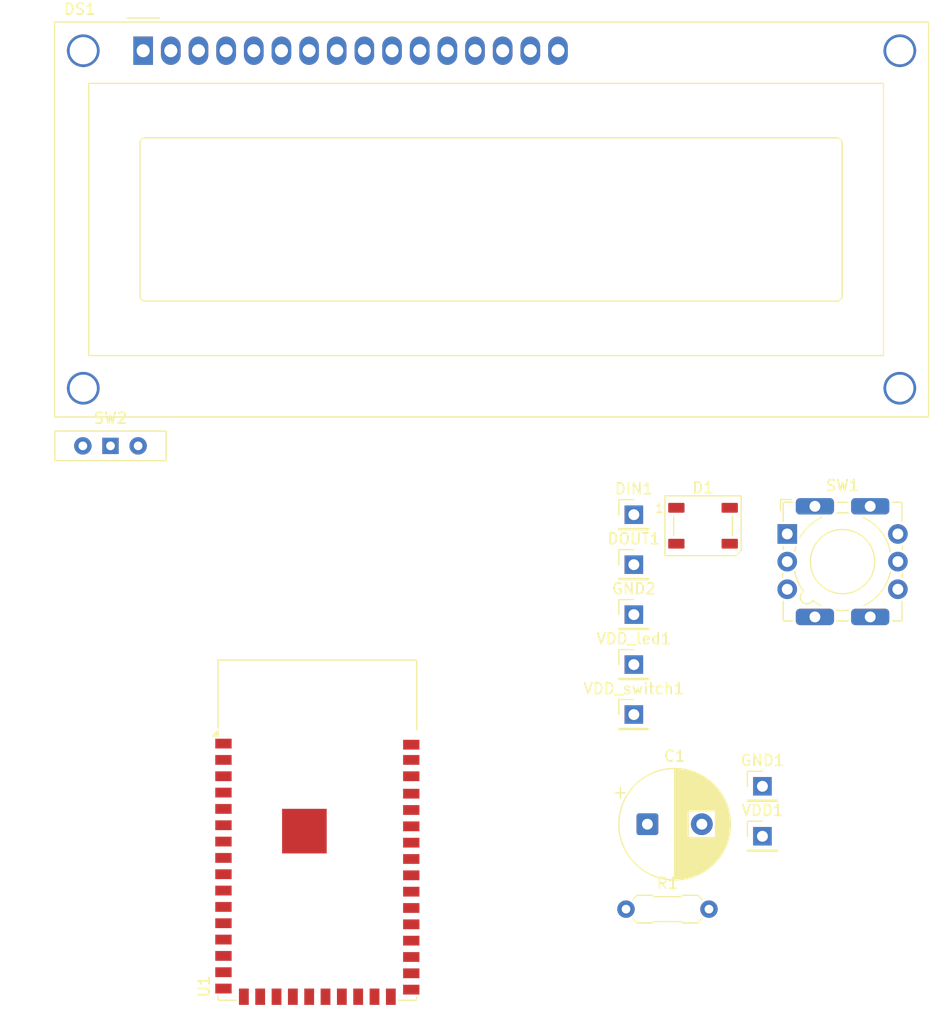
<source format=kicad_pcb>
(kicad_pcb (version 20241229) (generator "pcbnew") (generator_version "9.0")
  (layers (0 "F.Cu" signal) (2 "B.Cu" signal) (13 "F.Paste" user) (15 "B.Paste" user) (5 "F.SilkS" user "F.Silkscreen") (7 "B.SilkS" user "B.Silkscreen") (1 "F.Mask" user) (3 "B.Mask" user) (25 "Edge.Cuts" user))
  (net 0 "")
  (net 5 "Net-(U1-GND-Pad1)")
  (net 67 "Net-(C1-Pad1)")
  (net 68 "Net-(C1-Pad2)")
  (net 69 "Net-(D1-DOUT)")
  (net 70 "Net-(D1-DIN)")
  (net 71 "Net-(D1-VDD)")
  (net 72 "Net-(D1-VSS)")
  (net 73 "Net-(GND1-Pad1)")
  (net 74 "Net-(SW5-A)")
  (footprint "PCM_Resistor_THT_AKL:R_Axial_DIN0207_L6.3mm_D2.5mm_P7.62mm_Horizontal" (layer "F.Cu") (at 223.47 120.69)
    (property "Reference" "R1" (at 3.81 -2.37 0) (layer "F.SilkS"))
    (property "Value" "330R_0603" (hide yes))
    (fp_line (start 0.635 -0.889) (end 1.016 -1.27) (stroke (width 0.12)) (layer "F.SilkS"))
    (fp_line (start 0.635 0.889) (end 1.016 1.27) (stroke (width 0.12)) (layer "F.SilkS"))
    (fp_line (start 1.016 -1.27) (end 2.413 -1.27) (stroke (width 0.12)) (layer "F.SilkS"))
    (fp_line (start 1.016 1.27) (end 2.413 1.27) (stroke (width 0.12)) (layer "F.SilkS"))
    (fp_line (start 2.413 -1.27) (end 2.54 -1.143) (stroke (width 0.12)) (layer "F.SilkS"))
    (fp_line (start 2.413 1.27) (end 2.54 1.143) (stroke (width 0.12)) (layer "F.SilkS"))
    (fp_line (start 2.54 -1.143) (end 3.81 -1.143) (stroke (width 0.12)) (layer "F.SilkS"))
    (fp_line (start 2.54 1.143) (end 3.81 1.143) (stroke (width 0.12)) (layer "F.SilkS"))
    (fp_line (start 5.08 -1.143) (end 3.81 -1.143) (stroke (width 0.12)) (layer "F.SilkS"))
    (fp_line (start 5.08 1.143) (end 3.81 1.143) (stroke (width 0.12)) (layer "F.SilkS"))
    (fp_line (start 5.207 -1.27) (end 5.08 -1.143) (stroke (width 0.12)) (layer "F.SilkS"))
    (fp_line (start 5.207 1.27) (end 5.08 1.143) (stroke (width 0.12)) (layer "F.SilkS"))
    (fp_line (start 6.604 -1.27) (end 5.207 -1.27) (stroke (width 0.12)) (layer "F.SilkS"))
    (fp_line (start 6.604 1.27) (end 5.207 1.27) (stroke (width 0.12)) (layer "F.SilkS"))
    (fp_line (start 6.985 -0.889) (end 6.604 -1.27) (stroke (width 0.12)) (layer "F.SilkS"))
    (fp_line (start 6.985 0.889) (end 6.604 1.27) (stroke (width 0.12)) (layer "F.SilkS"))
    (pad "1" thru_hole circle (at 0 0) (size 1.6 1.6) (drill 0.8) (layers "*.Cu" "*.Mask") (net 73 "Net-(GND1-Pad1)"))
    (pad "2" thru_hole oval (at 7.62 0) (size 1.6 1.6) (drill 0.8) (layers "*.Cu" "*.Mask") (net 68 "Net-(C1-Pad2)"))
  )
  (footprint "Display:WC1602A" (layer "F.Cu") (at 179.12 41.845)
    (property "Reference" "DS1" (at -5.82 -3.81 0) (layer "F.SilkS"))
    (property "Value" "WC1602A")
    (fp_line (start -8.14 -2.64) (end -8.14 33.64) (stroke (width 0.12)) (layer "F.SilkS"))
    (fp_line (start -8.14 33.64) (end 72.14 33.64) (stroke (width 0.12)) (layer "F.SilkS"))
    (fp_line (start -8.13 -2.64) (end -7.34 -2.64) (stroke (width 0.12)) (layer "F.SilkS"))
    (fp_line (start -5 3) (end 68 3) (stroke (width 0.12)) (layer "F.SilkS"))
    (fp_line (start -5 28) (end -5 3) (stroke (width 0.12)) (layer "F.SilkS"))
    (fp_line (start -1.5 -3) (end 1.5 -3) (stroke (width 0.12)) (layer "F.SilkS"))
    (fp_line (start -0.29972 22.49932) (end -0.29972 8.5) (stroke (width 0.12)) (layer "F.SilkS"))
    (fp_line (start 0.2 8) (end 63.7 8) (stroke (width 0.12)) (layer "F.SilkS"))
    (fp_line (start 63.70066 23) (end 0.2 23) (stroke (width 0.12)) (layer "F.SilkS"))
    (fp_line (start 64.2 8.5) (end 64.2 22.5) (stroke (width 0.12)) (layer "F.SilkS"))
    (fp_line (start 68 3) (end 68 28) (stroke (width 0.12)) (layer "F.SilkS"))
    (fp_line (start 68 28) (end -5 28) (stroke (width 0.12)) (layer "F.SilkS"))
    (fp_line (start 72.14 -2.64) (end -7.34 -2.64) (stroke (width 0.12)) (layer "F.SilkS"))
    (fp_line (start 72.14 33.64) (end 72.14 -2.64) (stroke (width 0.12)) (layer "F.SilkS"))
    (fp_arc (start -0.29972 8.49884) (mid -0.153162 8.145018) (end 0.20066 7.99846) (stroke (width 0.12)) (layer "F.SilkS"))
    (fp_arc (start 0.20066 22.9997) (mid -0.153162 22.853142) (end -0.29972 22.49932) (stroke (width 0.12)) (layer "F.SilkS"))
    (fp_arc (start 63.7 8) (mid 64.053553 8.146447) (end 64.2 8.5) (stroke (width 0.12)) (layer "F.SilkS"))
    (fp_arc (start 64.20104 22.49932) (mid 64.054482 22.853142) (end 63.70066 22.9997) (stroke (width 0.12)) (layer "F.SilkS"))
    (pad "" thru_hole circle (at -5.4991 0) (size 3 3) (drill 2.5) (layers "*.Cu" "*.Mask"))
    (pad "" thru_hole circle (at -5.4991 31.0007) (size 3 3) (drill 2.5) (layers "*.Cu" "*.Mask"))
    (pad "" thru_hole circle (at 69.49948 31.0007) (size 3 3) (drill 2.5) (layers "*.Cu" "*.Mask"))
    (pad "" thru_hole circle (at 69.5 0) (size 3 3) (drill 2.5) (layers "*.Cu" "*.Mask"))
    (pad "1" thru_hole rect (at 0 0) (size 1.8 2.6) (drill 1.2) (layers "*.Cu" "*.Mask"))
    (pad "2" thru_hole oval (at 2.54 0) (size 1.8 2.6) (drill 1.2) (layers "*.Cu" "*.Mask"))
    (pad "3" thru_hole oval (at 5.08 0) (size 1.8 2.6) (drill 1.2) (layers "*.Cu" "*.Mask"))
    (pad "4" thru_hole oval (at 7.62 0) (size 1.8 2.6) (drill 1.2) (layers "*.Cu" "*.Mask"))
    (pad "5" thru_hole oval (at 10.16 0) (size 1.8 2.6) (drill 1.2) (layers "*.Cu" "*.Mask"))
    (pad "6" thru_hole oval (at 12.7 0) (size 1.8 2.6) (drill 1.2) (layers "*.Cu" "*.Mask"))
    (pad "7" thru_hole oval (at 15.24 0) (size 1.8 2.6) (drill 1.2) (layers "*.Cu" "*.Mask"))
    (pad "8" thru_hole oval (at 17.78 0) (size 1.8 2.6) (drill 1.2) (layers "*.Cu" "*.Mask"))
    (pad "9" thru_hole oval (at 20.32 0) (size 1.8 2.6) (drill 1.2) (layers "*.Cu" "*.Mask"))
    (pad "10" thru_hole oval (at 22.86 0) (size 1.8 2.6) (drill 1.2) (layers "*.Cu" "*.Mask"))
    (pad "11" thru_hole oval (at 25.4 0) (size 1.8 2.6) (drill 1.2) (layers "*.Cu" "*.Mask"))
    (pad "12" thru_hole oval (at 27.94 0) (size 1.8 2.6) (drill 1.2) (layers "*.Cu" "*.Mask"))
    (pad "13" thru_hole oval (at 30.48 0) (size 1.8 2.6) (drill 1.2) (layers "*.Cu" "*.Mask"))
    (pad "14" thru_hole oval (at 33.02 0) (size 1.8 2.6) (drill 1.2) (layers "*.Cu" "*.Mask"))
    (pad "15" thru_hole oval (at 35.56 0) (size 1.8 2.6) (drill 1.2) (layers "*.Cu" "*.Mask"))
    (pad "16" thru_hole oval (at 38.1 0) (size 1.8 2.6) (drill 1.2) (layers "*.Cu" "*.Mask"))
  )
  (footprint "Button_Switch_THT:SW_NKK_NR01" (layer "F.Cu") (at 238.28 86.23)
    (property "Reference" "SW1" (at 5.08 -4.445 0) (layer "F.SilkS"))
    (property "Value" "SW_SP4T_NR01104")
    (fp_line (start -0.62 -3.16) (end -0.62 -2.16) (stroke (width 0.12)) (layer "F.SilkS"))
    (fp_line (start -0.62 -3.16) (end 0.38 -3.16) (stroke (width 0.12)) (layer "F.SilkS"))
    (fp_line (start -0.42 3.63) (end -0.42 3.99) (stroke (width 0.12)) (layer "F.SilkS"))
    (fp_line (start -0.37 -2.91) (end 0.52 -2.91) (stroke (width 0.12)) (layer "F.SilkS"))
    (fp_line (start -0.37 -1.18) (end -0.37 -2.91) (stroke (width 0.12)) (layer "F.SilkS"))
    (fp_line (start -0.37 1.17) (end -0.37 1.43) (stroke (width 0.12)) (layer "F.SilkS"))
    (fp_line (start -0.37 7.99) (end -0.37 6.19) (stroke (width 0.12)) (layer "F.SilkS"))
    (fp_line (start 0.52 7.99) (end -0.37 7.99) (stroke (width 0.12)) (layer "F.SilkS"))
    (fp_line (start 1.370001 5.390001) (end 1.500001 5.269999) (stroke (width 0.12)) (layer "F.SilkS"))
    (fp_line (start 2.229999 6.249999) (end 2.350001 6.119999) (stroke (width 0.12)) (layer "F.SilkS"))
    (fp_line (start 4.56 7.99) (end 5.6 7.99) (stroke (width 0.12)) (layer "F.SilkS"))
    (fp_line (start 4.57 -2.91) (end 5.59 -2.91) (stroke (width 0.12)) (layer "F.SilkS"))
    (fp_line (start 9.64 -2.91) (end 10.53 -2.91) (stroke (width 0.12)) (layer "F.SilkS"))
    (fp_line (start 9.65 7.99) (end 10.53 7.99) (stroke (width 0.12)) (layer "F.SilkS"))
    (fp_line (start 10.53 -2.91) (end 10.53 -1.11) (stroke (width 0.12)) (layer "F.SilkS"))
    (fp_line (start 10.53 7.99) (end 10.53 6.19) (stroke (width 0.12)) (layer "F.SilkS"))
    (fp_line (start 10.58 1.09) (end 10.58 1.45) (stroke (width 0.12)) (layer "F.SilkS"))
    (fp_line (start 10.58 3.63) (end 10.58 3.99) (stroke (width 0.12)) (layer "F.SilkS"))
    (fp_arc (start 0.69 1.59) (mid 0.741029 1.378995) (end 0.802194 1.170702) (stroke (width 0.12)) (layer "F.SilkS"))
    (fp_arc (start 1.17 0.32) (mid 2.01489 -0.74962) (end 3.141468 -1.516919) (stroke (width 0.12)) (layer "F.SilkS"))
    (fp_arc (start 1.508995 5.263142) (mid 1.002351 4.421583) (end 0.690799 3.49) (stroke (width 0.12)) (layer "F.SilkS"))
    (fp_arc (start 2.229999 6.249999) (mid 1.370001 6.249999) (end 1.370001 5.390001) (stroke (width 0.12)) (layer "F.SilkS"))
    (fp_arc (start 3.103585 6.583585) (mid 2.715769 6.369779) (end 2.350841 6.118895) (stroke (width 0.12)) (layer "F.SilkS"))
    (fp_arc (start 4.5 -1.909999) (mid 5.074407 -1.947633) (end 5.648907 -1.911431) (stroke (width 0.12)) (layer "F.SilkS"))
    (fp_arc (start 5.64 7) (mid 5.08 7.03502) (end 4.52 7) (stroke (width 0.12)) (layer "F.SilkS"))
    (fp_arc (start 7.01527 -1.500125) (mid 8.597573 -0.233907) (end 9.459999 1.6) (stroke (width 0.12)) (layer "F.SilkS"))
    (fp_arc (start 9.4692 3.49) (mid 8.614855 5.309905) (end 7.052059 6.574669) (stroke (width 0.12)) (layer "F.SilkS"))
    (fp_circle (center 5.08 2.54) (end 8.03 2.54) (stroke (width 0.12)) (fill no) (layer "F.SilkS"))
    (pad "1" thru_hole rect (at 0 0) (size 1.8 1.8) (drill 1) (layers "*.Cu" "*.Mask"))
    (pad "2" thru_hole circle (at 10.16 0) (size 1.8 1.8) (drill 1) (layers "*.Cu" "*.Mask"))
    (pad "3" thru_hole circle (at 10.16 2.54) (size 1.8 1.8) (drill 1) (layers "*.Cu" "*.Mask"))
    (pad "4" thru_hole circle (at 10.16 5.08) (size 1.8 1.8) (drill 1) (layers "*.Cu" "*.Mask"))
    (pad "5" thru_hole circle (at 0 5.08) (size 1.8 1.8) (drill 1) (layers "*.Cu" "*.Mask"))
    (pad "C" thru_hole circle (at 0 2.54) (size 1.8 1.8) (drill 1) (layers "*.Cu" "*.Mask"))
    (pad "MP" thru_hole roundrect (at 2.54 -2.54) (size 3.5 1.5) (drill 1) (layers "*.Cu" "*.Mask"))
    (pad "MP" thru_hole roundrect (at 2.54 7.62) (size 3.5 1.5) (drill 1) (layers "*.Cu" "*.Mask"))
    (pad "MP" thru_hole roundrect (at 7.62 -2.54) (size 3.5 1.5) (drill 1) (layers "*.Cu" "*.Mask"))
    (pad "MP" thru_hole roundrect (at 7.62 7.62) (size 3.5 1.5) (drill 1) (layers "*.Cu" "*.Mask"))
  )
  (footprint "Connector_PinHeader_2.54mm:PinHeader_1x01_P2.54mm_Vertical" (layer "F.Cu") (at 224.19 98.23)
    (property "Reference" "VDD_led1" (at 0 -2.38 0) (layer "F.SilkS"))
    (property "Value" "PINHD_1x1_Male")
    (fp_line (start -1.38 -1.38) (end 0 -1.38) (stroke (width 0.12)) (layer "F.SilkS"))
    (fp_line (start -1.38 0) (end -1.38 -1.38) (stroke (width 0.12)) (layer "F.SilkS"))
    (fp_line (start -1.38 1.27) (end -1.38 1.38) (stroke (width 0.12)) (layer "F.SilkS"))
    (fp_line (start -1.38 1.27) (end 1.38 1.27) (stroke (width 0.12)) (layer "F.SilkS"))
    (fp_line (start -1.38 1.38) (end 1.38 1.38) (stroke (width 0.12)) (layer "F.SilkS"))
    (fp_line (start 1.38 1.27) (end 1.38 1.38) (stroke (width 0.12)) (layer "F.SilkS"))
    (pad "1" thru_hole rect (at 0 0) (size 1.7 1.7) (drill 1) (layers "*.Cu" "*.Mask") (net 71 "Net-(D1-VDD)"))
  )
  (footprint "Connector_PinHeader_2.54mm:PinHeader_1x01_P2.54mm_Vertical" (layer "F.Cu") (at 236 114)
    (property "Reference" "VDD1" (at 0 -2.38 0) (layer "F.SilkS"))
    (property "Value" "PINHD_1x1_Male")
    (fp_line (start -1.38 -1.38) (end 0 -1.38) (stroke (width 0.12)) (layer "F.SilkS"))
    (fp_line (start -1.38 0) (end -1.38 -1.38) (stroke (width 0.12)) (layer "F.SilkS"))
    (fp_line (start -1.38 1.27) (end -1.38 1.38) (stroke (width 0.12)) (layer "F.SilkS"))
    (fp_line (start -1.38 1.27) (end 1.38 1.27) (stroke (width 0.12)) (layer "F.SilkS"))
    (fp_line (start -1.38 1.38) (end 1.38 1.38) (stroke (width 0.12)) (layer "F.SilkS"))
    (fp_line (start 1.38 1.27) (end 1.38 1.38) (stroke (width 0.12)) (layer "F.SilkS"))
    (pad "1" thru_hole rect (at 0 0) (size 1.7 1.7) (drill 1) (layers "*.Cu" "*.Mask") (net 67 "Net-(C1-Pad1)"))
  )
  (footprint "Connector_PinHeader_2.54mm:PinHeader_1x01_P2.54mm_Vertical" (layer "F.Cu") (at 224.19 93.64)
    (property "Reference" "GND2" (at 0 -2.38 0) (layer "F.SilkS"))
    (property "Value" "PINHD_1x1_Male")
    (fp_line (start -1.38 -1.38) (end 0 -1.38) (stroke (width 0.12)) (layer "F.SilkS"))
    (fp_line (start -1.38 0) (end -1.38 -1.38) (stroke (width 0.12)) (layer "F.SilkS"))
    (fp_line (start -1.38 1.27) (end -1.38 1.38) (stroke (width 0.12)) (layer "F.SilkS"))
    (fp_line (start -1.38 1.27) (end 1.38 1.27) (stroke (width 0.12)) (layer "F.SilkS"))
    (fp_line (start -1.38 1.38) (end 1.38 1.38) (stroke (width 0.12)) (layer "F.SilkS"))
    (fp_line (start 1.38 1.27) (end 1.38 1.38) (stroke (width 0.12)) (layer "F.SilkS"))
    (pad "1" thru_hole rect (at 0 0) (size 1.7 1.7) (drill 1) (layers "*.Cu" "*.Mask") (net 72 "Net-(D1-VSS)"))
  )
  (footprint "Capacitor_THT:CP_Radial_D10.0mm_P5.00mm" (layer "F.Cu") (at 225.434646 112.89)
    (property "Reference" "C1" (at 2.5 -6.25 0) (layer "F.SilkS"))
    (property "Value" "1000uF_16V")
    (fp_line (start -2.979646 -2.875) (end -1.979646 -2.875) (stroke (width 0.12)) (layer "F.SilkS"))
    (fp_line (start -2.479646 -3.375) (end -2.479646 -2.375) (stroke (width 0.12)) (layer "F.SilkS"))
    (fp_line (start 2.5 -5.08) (end 2.5 5.08) (stroke (width 0.12)) (layer "F.SilkS"))
    (fp_line (start 2.54 -5.08) (end 2.54 5.08) (stroke (width 0.12)) (layer "F.SilkS"))
    (fp_line (start 2.58 -5.079) (end 2.58 5.079) (stroke (width 0.12)) (layer "F.SilkS"))
    (fp_line (start 2.62 -5.079) (end 2.62 5.079) (stroke (width 0.12)) (layer "F.SilkS"))
    (fp_line (start 2.66 -5.077) (end 2.66 5.077) (stroke (width 0.12)) (layer "F.SilkS"))
    (fp_line (start 2.7 -5.076) (end 2.7 5.076) (stroke (width 0.12)) (layer "F.SilkS"))
    (fp_line (start 2.74 -5.074) (end 2.74 5.074) (stroke (width 0.12)) (layer "F.SilkS"))
    (fp_line (start 2.78 -5.072) (end 2.78 5.072) (stroke (width 0.12)) (layer "F.SilkS"))
    (fp_line (start 2.82 -5.07) (end 2.82 5.07) (stroke (width 0.12)) (layer "F.SilkS"))
    (fp_line (start 2.86 -5.067) (end 2.86 5.067) (stroke (width 0.12)) (layer "F.SilkS"))
    (fp_line (start 2.9 -5.064) (end 2.9 5.064) (stroke (width 0.12)) (layer "F.SilkS"))
    (fp_line (start 2.94 -5.061) (end 2.94 5.061) (stroke (width 0.12)) (layer "F.SilkS"))
    (fp_line (start 2.98 -5.057) (end 2.98 5.057) (stroke (width 0.12)) (layer "F.SilkS"))
    (fp_line (start 3.02 -5.054) (end 3.02 5.054) (stroke (width 0.12)) (layer "F.SilkS"))
    (fp_line (start 3.06 -5.049) (end 3.06 5.049) (stroke (width 0.12)) (layer "F.SilkS"))
    (fp_line (start 3.1 -5.045) (end 3.1 5.045) (stroke (width 0.12)) (layer "F.SilkS"))
    (fp_line (start 3.14 -5.04) (end 3.14 5.04) (stroke (width 0.12)) (layer "F.SilkS"))
    (fp_line (start 3.18 -5.035) (end 3.18 5.035) (stroke (width 0.12)) (layer "F.SilkS"))
    (fp_line (start 3.22 -5.029) (end 3.22 5.029) (stroke (width 0.12)) (layer "F.SilkS"))
    (fp_line (start 3.26 -5.023) (end 3.26 5.023) (stroke (width 0.12)) (layer "F.SilkS"))
    (fp_line (start 3.3 -5.017) (end 3.3 5.017) (stroke (width 0.12)) (layer "F.SilkS"))
    (fp_line (start 3.34 -5.011) (end 3.34 5.011) (stroke (width 0.12)) (layer "F.SilkS"))
    (fp_line (start 3.38 -5.004) (end 3.38 5.004) (stroke (width 0.12)) (layer "F.SilkS"))
    (fp_line (start 3.42 -4.997) (end 3.42 4.997) (stroke (width 0.12)) (layer "F.SilkS"))
    (fp_line (start 3.46 -4.989) (end 3.46 4.989) (stroke (width 0.12)) (layer "F.SilkS"))
    (fp_line (start 3.5 -4.981) (end 3.5 4.981) (stroke (width 0.12)) (layer "F.SilkS"))
    (fp_line (start 3.54 -4.973) (end 3.54 4.973) (stroke (width 0.12)) (layer "F.SilkS"))
    (fp_line (start 3.58 -4.965) (end 3.58 4.965) (stroke (width 0.12)) (layer "F.SilkS"))
    (fp_line (start 3.62 -4.956) (end 3.62 4.956) (stroke (width 0.12)) (layer "F.SilkS"))
    (fp_line (start 3.66 -4.947) (end 3.66 4.947) (stroke (width 0.12)) (layer "F.SilkS"))
    (fp_line (start 3.7 -4.937) (end 3.7 4.937) (stroke (width 0.12)) (layer "F.SilkS"))
    (fp_line (start 3.74 -4.928) (end 3.74 4.928) (stroke (width 0.12)) (layer "F.SilkS"))
    (fp_line (start 3.78 -4.917) (end 3.78 -1.24) (stroke (width 0.12)) (layer "F.SilkS"))
    (fp_line (start 3.78 1.24) (end 3.78 4.917) (stroke (width 0.12)) (layer "F.SilkS"))
    (fp_line (start 3.82 -4.907) (end 3.82 -1.24) (stroke (width 0.12)) (layer "F.SilkS"))
    (fp_line (start 3.82 1.24) (end 3.82 4.907) (stroke (width 0.12)) (layer "F.SilkS"))
    (fp_line (start 3.86 -4.896) (end 3.86 -1.24) (stroke (width 0.12)) (layer "F.SilkS"))
    (fp_line (start 3.86 1.24) (end 3.86 4.896) (stroke (width 0.12)) (layer "F.SilkS"))
    (fp_line (start 3.9 -4.885) (end 3.9 -1.24) (stroke (width 0.12)) (layer "F.SilkS"))
    (fp_line (start 3.9 1.24) (end 3.9 4.885) (stroke (width 0.12)) (layer "F.SilkS"))
    (fp_line (start 3.94 -4.873) (end 3.94 -1.24) (stroke (width 0.12)) (layer "F.SilkS"))
    (fp_line (start 3.94 1.24) (end 3.94 4.873) (stroke (width 0.12)) (layer "F.SilkS"))
    (fp_line (start 3.98 -4.861) (end 3.98 -1.24) (stroke (width 0.12)) (layer "F.SilkS"))
    (fp_line (start 3.98 1.24) (end 3.98 4.861) (stroke (width 0.12)) (layer "F.SilkS"))
    (fp_line (start 4.02 -4.849) (end 4.02 -1.24) (stroke (width 0.12)) (layer "F.SilkS"))
    (fp_line (start 4.02 1.24) (end 4.02 4.849) (stroke (width 0.12)) (layer "F.SilkS"))
    (fp_line (start 4.06 -4.837) (end 4.06 -1.24) (stroke (width 0.12)) (layer "F.SilkS"))
    (fp_line (start 4.06 1.24) (end 4.06 4.837) (stroke (width 0.12)) (layer "F.SilkS"))
    (fp_line (start 4.1 -4.824) (end 4.1 -1.24) (stroke (width 0.12)) (layer "F.SilkS"))
    (fp_line (start 4.1 1.24) (end 4.1 4.824) (stroke (width 0.12)) (layer "F.SilkS"))
    (fp_line (start 4.14 -4.81) (end 4.14 -1.24) (stroke (width 0.12)) (layer "F.SilkS"))
    (fp_line (start 4.14 1.24) (end 4.14 4.81) (stroke (width 0.12)) (layer "F.SilkS"))
    (fp_line (start 4.18 -4.797) (end 4.18 -1.24) (stroke (width 0.12)) (layer "F.SilkS"))
    (fp_line (start 4.18 1.24) (end 4.18 4.797) (stroke (width 0.12)) (layer "F.SilkS"))
    (fp_line (start 4.22 -4.782) (end 4.22 -1.24) (stroke (width 0.12)) (layer "F.SilkS"))
    (fp_line (start 4.22 1.24) (end 4.22 4.782) (stroke (width 0.12)) (layer "F.SilkS"))
    (fp_line (start 4.26 -4.768) (end 4.26 -1.24) (stroke (width 0.12)) (layer "F.SilkS"))
    (fp_line (start 4.26 1.24) (end 4.26 4.768) (stroke (width 0.12)) (layer "F.SilkS"))
    (fp_line (start 4.3 -4.753) (end 4.3 -1.24) (stroke (width 0.12)) (layer "F.SilkS"))
    (fp_line (start 4.3 1.24) (end 4.3 4.753) (stroke (width 0.12)) (layer "F.SilkS"))
    (fp_line (start 4.34 -4.738) (end 4.34 -1.24) (stroke (width 0.12)) (layer "F.SilkS"))
    (fp_line (start 4.34 1.24) (end 4.34 4.738) (stroke (width 0.12)) (layer "F.SilkS"))
    (fp_line (start 4.38 -4.722) (end 4.38 -1.24) (stroke (width 0.12)) (layer "F.SilkS"))
    (fp_line (start 4.38 1.24) (end 4.38 4.722) (stroke (width 0.12)) (layer "F.SilkS"))
    (fp_line (start 4.42 -4.706) (end 4.42 -1.24) (stroke (width 0.12)) (layer "F.SilkS"))
    (fp_line (start 4.42 1.24) (end 4.42 4.706) (stroke (width 0.12)) (layer "F.SilkS"))
    (fp_line (start 4.46 -4.69) (end 4.46 -1.24) (stroke (width 0.12)) (layer "F.SilkS"))
    (fp_line (start 4.46 1.24) (end 4.46 4.69) (stroke (width 0.12)) (layer "F.SilkS"))
    (fp_line (start 4.5 -4.673) (end 4.5 -1.24) (stroke (width 0.12)) (layer "F.SilkS"))
    (fp_line (start 4.5 1.24) (end 4.5 4.673) (stroke (width 0.12)) (layer "F.SilkS"))
    (fp_line (start 4.54 -4.656) (end 4.54 -1.24) (stroke (width 0.12)) (layer "F.SilkS"))
    (fp_line (start 4.54 1.24) (end 4.54 4.656) (stroke (width 0.12)) (layer "F.SilkS"))
    (fp_line (start 4.58 -4.638) (end 4.58 -1.24) (stroke (width 0.12)) (layer "F.SilkS"))
    (fp_line (start 4.58 1.24) (end 4.58 4.638) (stroke (width 0.12)) (layer "F.SilkS"))
    (fp_line (start 4.62 -4.62) (end 4.62 -1.24) (stroke (width 0.12)) (layer "F.SilkS"))
    (fp_line (start 4.62 1.24) (end 4.62 4.62) (stroke (width 0.12)) (layer "F.SilkS"))
    (fp_line (start 4.66 -4.602) (end 4.66 -1.24) (stroke (width 0.12)) (layer "F.SilkS"))
    (fp_line (start 4.66 1.24) (end 4.66 4.602) (stroke (width 0.12)) (layer "F.SilkS"))
    (fp_line (start 4.7 -4.583) (end 4.7 -1.24) (stroke (width 0.12)) (layer "F.SilkS"))
    (fp_line (start 4.7 1.24) (end 4.7 4.583) (stroke (width 0.12)) (layer "F.SilkS"))
    (fp_line (start 4.74 -4.564) (end 4.74 -1.24) (stroke (width 0.12)) (layer "F.SilkS"))
    (fp_line (start 4.74 1.24) (end 4.74 4.564) (stroke (width 0.12)) (layer "F.SilkS"))
    (fp_line (start 4.78 -4.544) (end 4.78 -1.24) (stroke (width 0.12)) (layer "F.SilkS"))
    (fp_line (start 4.78 1.24) (end 4.78 4.544) (stroke (width 0.12)) (layer "F.SilkS"))
    (fp_line (start 4.82 -4.524) (end 4.82 -1.24) (stroke (width 0.12)) (layer "F.SilkS"))
    (fp_line (start 4.82 1.24) (end 4.82 4.524) (stroke (width 0.12)) (layer "F.SilkS"))
    (fp_line (start 4.86 -4.504) (end 4.86 -1.24) (stroke (width 0.12)) (layer "F.SilkS"))
    (fp_line (start 4.86 1.24) (end 4.86 4.504) (stroke (width 0.12)) (layer "F.SilkS"))
    (fp_line (start 4.9 -4.483) (end 4.9 -1.24) (stroke (width 0.12)) (layer "F.SilkS"))
    (fp_line (start 4.9 1.24) (end 4.9 4.483) (stroke (width 0.12)) (layer "F.SilkS"))
    (fp_line (start 4.94 -4.461) (end 4.94 -1.24) (stroke (width 0.12)) (layer "F.SilkS"))
    (fp_line (start 4.94 1.24) (end 4.94 4.461) (stroke (width 0.12)) (layer "F.SilkS"))
    (fp_line (start 4.98 -4.439) (end 4.98 -1.24) (stroke (width 0.12)) (layer "F.SilkS"))
    (fp_line (start 4.98 1.24) (end 4.98 4.439) (stroke (width 0.12)) (layer "F.SilkS"))
    (fp_line (start 5.02 -4.417) (end 5.02 -1.24) (stroke (width 0.12)) (layer "F.SilkS"))
    (fp_line (start 5.02 1.24) (end 5.02 4.417) (stroke (width 0.12)) (layer "F.SilkS"))
    (fp_line (start 5.06 -4.394) (end 5.06 -1.24) (stroke (width 0.12)) (layer "F.SilkS"))
    (fp_line (start 5.06 1.24) (end 5.06 4.394) (stroke (width 0.12)) (layer "F.SilkS"))
    (fp_line (start 5.1 -4.371) (end 5.1 -1.24) (stroke (width 0.12)) (layer "F.SilkS"))
    (fp_line (start 5.1 1.24) (end 5.1 4.371) (stroke (width 0.12)) (layer "F.SilkS"))
    (fp_line (start 5.14 -4.347) (end 5.14 -1.24) (stroke (width 0.12)) (layer "F.SilkS"))
    (fp_line (start 5.14 1.24) (end 5.14 4.347) (stroke (width 0.12)) (layer "F.SilkS"))
    (fp_line (start 5.18 -4.323) (end 5.18 -1.24) (stroke (width 0.12)) (layer "F.SilkS"))
    (fp_line (start 5.18 1.24) (end 5.18 4.323) (stroke (width 0.12)) (layer "F.SilkS"))
    (fp_line (start 5.22 -4.298) (end 5.22 -1.24) (stroke (width 0.12)) (layer "F.SilkS"))
    (fp_line (start 5.22 1.24) (end 5.22 4.298) (stroke (width 0.12)) (layer "F.SilkS"))
    (fp_line (start 5.26 -4.272) (end 5.26 -1.24) (stroke (width 0.12)) (layer "F.SilkS"))
    (fp_line (start 5.26 1.24) (end 5.26 4.272) (stroke (width 0.12)) (layer "F.SilkS"))
    (fp_line (start 5.3 -4.247) (end 5.3 -1.24) (stroke (width 0.12)) (layer "F.SilkS"))
    (fp_line (start 5.3 1.24) (end 5.3 4.247) (stroke (width 0.12)) (layer "F.SilkS"))
    (fp_line (start 5.34 -4.22) (end 5.34 -1.24) (stroke (width 0.12)) (layer "F.SilkS"))
    (fp_line (start 5.34 1.24) (end 5.34 4.22) (stroke (width 0.12)) (layer "F.SilkS"))
    (fp_line (start 5.38 -4.193) (end 5.38 -1.24) (stroke (width 0.12)) (layer "F.SilkS"))
    (fp_line (start 5.38 1.24) (end 5.38 4.193) (stroke (width 0.12)) (layer "F.SilkS"))
    (fp_line (start 5.42 -4.166) (end 5.42 -1.24) (stroke (width 0.12)) (layer "F.SilkS"))
    (fp_line (start 5.42 1.24) (end 5.42 4.166) (stroke (width 0.12)) (layer "F.SilkS"))
    (fp_line (start 5.46 -4.138) (end 5.46 -1.24) (stroke (width 0.12)) (layer "F.SilkS"))
    (fp_line (start 5.46 1.24) (end 5.46 4.138) (stroke (width 0.12)) (layer "F.SilkS"))
    (fp_line (start 5.5 -4.109) (end 5.5 -1.24) (stroke (width 0.12)) (layer "F.SilkS"))
    (fp_line (start 5.5 1.24) (end 5.5 4.109) (stroke (width 0.12)) (layer "F.SilkS"))
    (fp_line (start 5.54 -4.08) (end 5.54 -1.24) (stroke (width 0.12)) (layer "F.SilkS"))
    (fp_line (start 5.54 1.24) (end 5.54 4.08) (stroke (width 0.12)) (layer "F.SilkS"))
    (fp_line (start 5.58 -4.05) (end 5.58 -1.24) (stroke (width 0.12)) (layer "F.SilkS"))
    (fp_line (start 5.58 1.24) (end 5.58 4.05) (stroke (width 0.12)) (layer "F.SilkS"))
    (fp_line (start 5.62 -4.02) (end 5.62 -1.24) (stroke (width 0.12)) (layer "F.SilkS"))
    (fp_line (start 5.62 1.24) (end 5.62 4.02) (stroke (width 0.12)) (layer "F.SilkS"))
    (fp_line (start 5.66 -3.988) (end 5.66 -1.24) (stroke (width 0.12)) (layer "F.SilkS"))
    (fp_line (start 5.66 1.24) (end 5.66 3.988) (stroke (width 0.12)) (layer "F.SilkS"))
    (fp_line (start 5.7 -3.957) (end 5.7 -1.24) (stroke (width 0.12)) (layer "F.SilkS"))
    (fp_line (start 5.7 1.24) (end 5.7 3.957) (stroke (width 0.12)) (layer "F.SilkS"))
    (fp_line (start 5.74 -3.924) (end 5.74 -1.24) (stroke (width 0.12)) (layer "F.SilkS"))
    (fp_line (start 5.74 1.24) (end 5.74 3.924) (stroke (width 0.12)) (layer "F.SilkS"))
    (fp_line (start 5.78 -3.891) (end 5.78 -1.24) (stroke (width 0.12)) (layer "F.SilkS"))
    (fp_line (start 5.78 1.24) (end 5.78 3.891) (stroke (width 0.12)) (layer "F.SilkS"))
    (fp_line (start 5.82 -3.858) (end 5.82 -1.24) (stroke (width 0.12)) (layer "F.SilkS"))
    (fp_line (start 5.82 1.24) (end 5.82 3.858) (stroke (width 0.12)) (layer "F.SilkS"))
    (fp_line (start 5.86 -3.823) (end 5.86 -1.24) (stroke (width 0.12)) (layer "F.SilkS"))
    (fp_line (start 5.86 1.24) (end 5.86 3.823) (stroke (width 0.12)) (layer "F.SilkS"))
    (fp_line (start 5.9 -3.788) (end 5.9 -1.24) (stroke (width 0.12)) (layer "F.SilkS"))
    (fp_line (start 5.9 1.24) (end 5.9 3.788) (stroke (width 0.12)) (layer "F.SilkS"))
    (fp_line (start 5.94 -3.752) (end 5.94 -1.24) (stroke (width 0.12)) (layer "F.SilkS"))
    (fp_line (start 5.94 1.24) (end 5.94 3.752) (stroke (width 0.12)) (layer "F.SilkS"))
    (fp_line (start 5.98 -3.716) (end 5.98 -1.24) (stroke (width 0.12)) (layer "F.SilkS"))
    (fp_line (start 5.98 1.24) (end 5.98 3.716) (stroke (width 0.12)) (layer "F.SilkS"))
    (fp_line (start 6.02 -3.678) (end 6.02 -1.24) (stroke (width 0.12)) (layer "F.SilkS"))
    (fp_line (start 6.02 1.24) (end 6.02 3.678) (stroke (width 0.12)) (layer "F.SilkS"))
    (fp_line (start 6.06 -3.64) (end 6.06 -1.24) (stroke (width 0.12)) (layer "F.SilkS"))
    (fp_line (start 6.06 1.24) (end 6.06 3.64) (stroke (width 0.12)) (layer "F.SilkS"))
    (fp_line (start 6.1 -3.601) (end 6.1 -1.24) (stroke (width 0.12)) (layer "F.SilkS"))
    (fp_line (start 6.1 1.24) (end 6.1 3.601) (stroke (width 0.12)) (layer "F.SilkS"))
    (fp_line (start 6.14 -3.561) (end 6.14 -1.24) (stroke (width 0.12)) (layer "F.SilkS"))
    (fp_line (start 6.14 1.24) (end 6.14 3.561) (stroke (width 0.12)) (layer "F.SilkS"))
    (fp_line (start 6.18 -3.52) (end 6.18 -1.24) (stroke (width 0.12)) (layer "F.SilkS"))
    (fp_line (start 6.18 1.24) (end 6.18 3.52) (stroke (width 0.12)) (layer "F.SilkS"))
    (fp_line (start 6.22 -3.478) (end 6.22 -1.24) (stroke (width 0.12)) (layer "F.SilkS"))
    (fp_line (start 6.22 1.24) (end 6.22 3.478) (stroke (width 0.12)) (layer "F.SilkS"))
    (fp_line (start 6.26 -3.435) (end 6.26 3.435) (stroke (width 0.12)) (layer "F.SilkS"))
    (fp_line (start 6.3 -3.391) (end 6.3 3.391) (stroke (width 0.12)) (layer "F.SilkS"))
    (fp_line (start 6.34 -3.347) (end 6.34 3.347) (stroke (width 0.12)) (layer "F.SilkS"))
    (fp_line (start 6.38 -3.301) (end 6.38 3.301) (stroke (width 0.12)) (layer "F.SilkS"))
    (fp_line (start 6.42 -3.254) (end 6.42 3.254) (stroke (width 0.12)) (layer "F.SilkS"))
    (fp_line (start 6.46 -3.205) (end 6.46 3.205) (stroke (width 0.12)) (layer "F.SilkS"))
    (fp_line (start 6.5 -3.156) (end 6.5 3.156) (stroke (width 0.12)) (layer "F.SilkS"))
    (fp_line (start 6.54 -3.105) (end 6.54 3.105) (stroke (width 0.12)) (layer "F.SilkS"))
    (fp_line (start 6.58 -3.053) (end 6.58 3.053) (stroke (width 0.12)) (layer "F.SilkS"))
    (fp_line (start 6.62 -3) (end 6.62 3) (stroke (width 0.12)) (layer "F.SilkS"))
    (fp_line (start 6.66 -2.945) (end 6.66 2.945) (stroke (width 0.12)) (layer "F.SilkS"))
    (fp_line (start 6.7 -2.888) (end 6.7 2.888) (stroke (width 0.12)) (layer "F.SilkS"))
    (fp_line (start 6.74 -2.83) (end 6.74 2.83) (stroke (width 0.12)) (layer "F.SilkS"))
    (fp_line (start 6.78 -2.77) (end 6.78 2.77) (stroke (width 0.12)) (layer "F.SilkS"))
    (fp_line (start 6.82 -2.708) (end 6.82 2.708) (stroke (width 0.12)) (layer "F.SilkS"))
    (fp_line (start 6.86 -2.644) (end 6.86 2.644) (stroke (width 0.12)) (layer "F.SilkS"))
    (fp_line (start 6.9 -2.578) (end 6.9 2.578) (stroke (width 0.12)) (layer "F.SilkS"))
    (fp_line (start 6.94 -2.51) (end 6.94 2.51) (stroke (width 0.12)) (layer "F.SilkS"))
    (fp_line (start 6.98 -2.439) (end 6.98 2.439) (stroke (width 0.12)) (layer "F.SilkS"))
    (fp_line (start 7.02 -2.365) (end 7.02 2.365) (stroke (width 0.12)) (layer "F.SilkS"))
    (fp_line (start 7.06 -2.288) (end 7.06 2.288) (stroke (width 0.12)) (layer "F.SilkS"))
    (fp_line (start 7.1 -2.208) (end 7.1 2.208) (stroke (width 0.12)) (layer "F.SilkS"))
    (fp_line (start 7.14 -2.124) (end 7.14 2.124) (stroke (width 0.12)) (layer "F.SilkS"))
    (fp_line (start 7.18 -2.037) (end 7.18 2.037) (stroke (width 0.12)) (layer "F.SilkS"))
    (fp_line (start 7.22 -1.944) (end 7.22 1.944) (stroke (width 0.12)) (layer "F.SilkS"))
    (fp_line (start 7.26 -1.846) (end 7.26 1.846) (stroke (width 0.12)) (layer "F.SilkS"))
    (fp_line (start 7.3 -1.742) (end 7.3 1.742) (stroke (width 0.12)) (layer "F.SilkS"))
    (fp_line (start 7.34 -1.63) (end 7.34 1.63) (stroke (width 0.12)) (layer "F.SilkS"))
    (fp_line (start 7.38 -1.509) (end 7.38 1.509) (stroke (width 0.12)) (layer "F.SilkS"))
    (fp_line (start 7.42 -1.377) (end 7.42 1.377) (stroke (width 0.12)) (layer "F.SilkS"))
    (fp_line (start 7.46 -1.23) (end 7.46 1.23) (stroke (width 0.12)) (layer "F.SilkS"))
    (fp_line (start 7.5 -1.062) (end 7.5 1.062) (stroke (width 0.12)) (layer "F.SilkS"))
    (fp_line (start 7.54 -0.862) (end 7.54 0.862) (stroke (width 0.12)) (layer "F.SilkS"))
    (fp_line (start 7.58 -0.599) (end 7.58 0.599) (stroke (width 0.12)) (layer "F.SilkS"))
    (fp_circle (center 2.5 0) (end 7.62 0) (stroke (width 0.12)) (fill no) (layer "F.SilkS"))
    (pad "1" thru_hole roundrect (at 0 0) (size 2 2) (drill 1) (layers "*.Cu" "*.Mask") (roundrect_rratio 0.125) (net 67 "Net-(C1-Pad1)"))
    (pad "2" thru_hole circle (at 5 0) (size 2 2) (drill 1) (layers "*.Cu" "*.Mask") (net 68 "Net-(C1-Pad2)"))
  )
  (footprint "Connector_PinHeader_2.54mm:PinHeader_1x01_P2.54mm_Vertical" (layer "F.Cu") (at 224.19 89.05)
    (property "Reference" "DOUT1" (at 0 -2.38 0) (layer "F.SilkS"))
    (property "Value" "PINHD_1x1_Male")
    (fp_line (start -1.38 -1.38) (end 0 -1.38) (stroke (width 0.12)) (layer "F.SilkS"))
    (fp_line (start -1.38 0) (end -1.38 -1.38) (stroke (width 0.12)) (layer "F.SilkS"))
    (fp_line (start -1.38 1.27) (end -1.38 1.38) (stroke (width 0.12)) (layer "F.SilkS"))
    (fp_line (start -1.38 1.27) (end 1.38 1.27) (stroke (width 0.12)) (layer "F.SilkS"))
    (fp_line (start -1.38 1.38) (end 1.38 1.38) (stroke (width 0.12)) (layer "F.SilkS"))
    (fp_line (start 1.38 1.27) (end 1.38 1.38) (stroke (width 0.12)) (layer "F.SilkS"))
    (pad "1" thru_hole rect (at 0 0) (size 1.7 1.7) (drill 1) (layers "*.Cu" "*.Mask") (net 69 "Net-(D1-DOUT)"))
  )
  (footprint "Connector_PinHeader_2.54mm:PinHeader_1x01_P2.54mm_Vertical" (layer "F.Cu") (at 224.19 84.46)
    (property "Reference" "DIN1" (at 0 -2.38 0) (layer "F.SilkS"))
    (property "Value" "PINHD_1x1_Male")
    (fp_line (start -1.38 -1.38) (end 0 -1.38) (stroke (width 0.12)) (layer "F.SilkS"))
    (fp_line (start -1.38 0) (end -1.38 -1.38) (stroke (width 0.12)) (layer "F.SilkS"))
    (fp_line (start -1.38 1.27) (end -1.38 1.38) (stroke (width 0.12)) (layer "F.SilkS"))
    (fp_line (start -1.38 1.27) (end 1.38 1.27) (stroke (width 0.12)) (layer "F.SilkS"))
    (fp_line (start -1.38 1.38) (end 1.38 1.38) (stroke (width 0.12)) (layer "F.SilkS"))
    (fp_line (start 1.38 1.27) (end 1.38 1.38) (stroke (width 0.12)) (layer "F.SilkS"))
    (pad "1" thru_hole rect (at 0 0) (size 1.7 1.7) (drill 1) (layers "*.Cu" "*.Mask") (net 70 "Net-(D1-DIN)"))
  )
  (footprint "Connector_PinHeader_2.54mm:PinHeader_1x01_P2.54mm_Vertical" (layer "F.Cu") (at 236 109.41)
    (property "Reference" "GND1" (at 0 -2.38 0) (layer "F.SilkS"))
    (property "Value" "PINHD_1x1_Male")
    (fp_line (start -1.38 -1.38) (end 0 -1.38) (stroke (width 0.12)) (layer "F.SilkS"))
    (fp_line (start -1.38 0) (end -1.38 -1.38) (stroke (width 0.12)) (layer "F.SilkS"))
    (fp_line (start -1.38 1.27) (end -1.38 1.38) (stroke (width 0.12)) (layer "F.SilkS"))
    (fp_line (start -1.38 1.27) (end 1.38 1.27) (stroke (width 0.12)) (layer "F.SilkS"))
    (fp_line (start -1.38 1.38) (end 1.38 1.38) (stroke (width 0.12)) (layer "F.SilkS"))
    (fp_line (start 1.38 1.27) (end 1.38 1.38) (stroke (width 0.12)) (layer "F.SilkS"))
    (pad "1" thru_hole rect (at 0 0) (size 1.7 1.7) (drill 1) (layers "*.Cu" "*.Mask") (net 73 "Net-(GND1-Pad1)"))
  )
  (footprint "LED_SMD:LED_WS2812B_PLCC4_5.0x5.0mm_P3.2mm" (layer "F.Cu") (at 230.545 85.475)
    (property "Reference" "D1" (at 0 -3.5 0) (layer "F.SilkS"))
    (property "Value" "WS2812B")
    (fp_line (start -3.5 -2.75) (end -3.5 2.75) (stroke (width 0.12)) (layer "F.SilkS"))
    (fp_line (start -3.5 -2.75) (end 3.5 -2.75) (stroke (width 0.12)) (layer "F.SilkS"))
    (fp_line (start -3.5 2.75) (end 3.05 2.75) (stroke (width 0.12)) (layer "F.SilkS"))
    (fp_line (start -2.7 0.9) (end -2.7 -0.9) (stroke (width 0.12)) (layer "F.SilkS"))
    (fp_line (start 2.7 0.9) (end 2.7 -0.9) (stroke (width 0.12)) (layer "F.SilkS"))
    (fp_line (start 3.05 2.75) (end 3.5 2.3) (stroke (width 0.12)) (layer "F.SilkS"))
    (fp_line (start 3.5 2.3) (end 3.5 -2.75) (stroke (width 0.12)) (layer "F.SilkS"))
    (fp_text user "1" (at -4 -1.6 0) (layer "F.SilkS") (effects (font (size 0.8 0.8))))
    (pad "1" smd roundrect (at -2.45 -1.65) (size 1.5 0.9) (layers "F.Cu" "F.Mask" "F.Paste") (roundrect_rratio 0.1) (net 71 "Net-(D1-VDD)"))
    (pad "2" smd roundrect (at -2.45 1.65) (size 1.5 0.9) (layers "F.Cu" "F.Mask" "F.Paste") (roundrect_rratio 0.1) (net 69 "Net-(D1-DOUT)"))
    (pad "3" smd roundrect (at 2.45 1.65) (size 1.5 0.9) (layers "F.Cu" "F.Mask" "F.Paste") (roundrect_rratio 0.1) (net 72 "Net-(D1-VSS)"))
    (pad "4" smd roundrect (at 2.45 -1.65) (size 1.5 0.9) (layers "F.Cu" "F.Mask" "F.Paste") (roundrect_rratio 0.1) (net 70 "Net-(D1-DIN)"))
  )
  (footprint "RF_Module:ESP32-S2-WROVER" (layer "F.Cu") (at 195.12 117.26)
    (property "Reference" "U1" (at -10.41 10.53 90) (layer "F.SilkS"))
    (property "Value" "ESP32-S2-WROVER")
    (fp_line (start -9.125 -19.45) (end 9.13 -19.45) (stroke (width 0.12)) (layer "F.SilkS"))
    (fp_line (start -9.125 -13.2) (end -9.125 -19.45) (stroke (width 0.12)) (layer "F.SilkS"))
    (fp_line (start -9.12 11.44) (end -9.12 11.8) (stroke (width 0.12)) (layer "F.SilkS"))
    (fp_line (start -9.12 11.8) (end -7.46 11.8) (stroke (width 0.12)) (layer "F.SilkS"))
    (fp_line (start 9.12 11.54) (end 9.12 11.8) (stroke (width 0.12)) (layer "F.SilkS"))
    (fp_line (start 9.12 11.8) (end 7.46 11.8) (stroke (width 0.12)) (layer "F.SilkS"))
    (fp_line (start 9.13 -13.03) (end 9.13 -19.45) (stroke (width 0.12)) (layer "F.SilkS"))
    (fp_poly (pts (xy -9.125 -12.475) (xy -9.625 -12.475) (xy -9.125 -12.975) (xy -9.125 -12.475)) (stroke (width 0.12)) (fill yes) (layer "F.SilkS"))
    (pad "1" smd rect (at -8.625 -11.775) (size 1.5 0.9) (layers "F.Cu" "F.Mask" "F.Paste") (net 5 "Net-(U1-GND-Pad1)"))
    (pad "2" smd rect (at -8.625 -10.275) (size 1.5 0.9) (layers "F.Cu" "F.Mask" "F.Paste"))
    (pad "3" smd rect (at -8.625 -8.775) (size 1.5 0.9) (layers "F.Cu" "F.Mask" "F.Paste"))
    (pad "4" smd rect (at -8.625 -7.275) (size 1.5 0.9) (layers "F.Cu" "F.Mask" "F.Paste"))
    (pad "5" smd rect (at -8.625 -5.775) (size 1.5 0.9) (layers "F.Cu" "F.Mask" "F.Paste"))
    (pad "6" smd rect (at -8.625 -4.275) (size 1.5 0.9) (layers "F.Cu" "F.Mask" "F.Paste"))
    (pad "7" smd rect (at -8.625 -2.775) (size 1.5 0.9) (layers "F.Cu" "F.Mask" "F.Paste"))
    (pad "8" smd rect (at -8.625 -1.275) (size 1.5 0.9) (layers "F.Cu" "F.Mask" "F.Paste"))
    (pad "9" smd rect (at -8.625 0.225) (size 1.5 0.9) (layers "F.Cu" "F.Mask" "F.Paste"))
    (pad "10" smd rect (at -8.625 1.725) (size 1.5 0.9) (layers "F.Cu" "F.Mask" "F.Paste"))
    (pad "11" smd rect (at -8.625 3.225) (size 1.5 0.9) (layers "F.Cu" "F.Mask" "F.Paste"))
    (pad "12" smd rect (at -8.625 4.725) (size 1.5 0.9) (layers "F.Cu" "F.Mask" "F.Paste"))
    (pad "13" smd rect (at -8.625 6.225) (size 1.5 0.9) (layers "F.Cu" "F.Mask" "F.Paste"))
    (pad "14" smd rect (at -8.625 7.725) (size 1.5 0.9) (layers "F.Cu" "F.Mask" "F.Paste"))
    (pad "15" smd rect (at -8.625 9.225 180) (size 1.5 0.9) (layers "F.Cu" "F.Mask" "F.Paste"))
    (pad "16" smd rect (at -8.625 10.725 180) (size 1.5 0.9) (layers "F.Cu" "F.Mask" "F.Paste"))
    (pad "17" smd rect (at -6.75 11.475) (size 0.9 1.5) (layers "F.Cu" "F.Mask" "F.Paste"))
    (pad "18" smd rect (at -5.25 11.475) (size 0.9 1.5) (layers "F.Cu" "F.Mask" "F.Paste"))
    (pad "19" smd rect (at -3.75 11.475) (size 0.9 1.5) (layers "F.Cu" "F.Mask" "F.Paste"))
    (pad "20" smd rect (at -2.25 11.475) (size 0.9 1.5) (layers "F.Cu" "F.Mask" "F.Paste"))
    (pad "21" smd rect (at -0.75 11.475) (size 0.9 1.5) (layers "F.Cu" "F.Mask" "F.Paste"))
    (pad "22" smd rect (at 0.75 11.475) (size 0.9 1.5) (layers "F.Cu" "F.Mask" "F.Paste"))
    (pad "23" smd rect (at 2.25 11.475) (size 0.9 1.5) (layers "F.Cu" "F.Mask" "F.Paste"))
    (pad "24" smd rect (at 3.75 11.475) (size 0.9 1.5) (layers "F.Cu" "F.Mask" "F.Paste"))
    (pad "25" smd rect (at 5.25 11.475) (size 0.9 1.5) (layers "F.Cu" "F.Mask" "F.Paste"))
    (pad "26" smd rect (at 6.75 11.475) (size 0.9 1.5) (layers "F.Cu" "F.Mask" "F.Paste") (net 5 "Net-(U1-GND-Pad1)"))
    (pad "27" smd rect (at 8.625 10.825) (size 1.5 0.9) (layers "F.Cu" "F.Mask" "F.Paste"))
    (pad "28" smd rect (at 8.625 9.325) (size 1.5 0.9) (layers "F.Cu" "F.Mask" "F.Paste"))
    (pad "29" smd rect (at 8.625 7.825) (size 1.5 0.9) (layers "F.Cu" "F.Mask" "F.Paste"))
    (pad "30" smd rect (at 8.625 6.325) (size 1.5 0.9) (layers "F.Cu" "F.Mask" "F.Paste"))
    (pad "31" smd rect (at 8.625 4.825) (size 1.5 0.9) (layers "F.Cu" "F.Mask" "F.Paste"))
    (pad "32" smd rect (at 8.625 3.325) (size 1.5 0.9) (layers "F.Cu" "F.Mask" "F.Paste"))
    (pad "33" smd rect (at 8.625 1.825) (size 1.5 0.9) (layers "F.Cu" "F.Mask" "F.Paste"))
    (pad "34" smd rect (at 8.625 0.325) (size 1.5 0.9) (layers "F.Cu" "F.Mask" "F.Paste"))
    (pad "35" smd rect (at 8.625 -1.175) (size 1.5 0.9) (layers "F.Cu" "F.Mask" "F.Paste"))
    (pad "36" smd rect (at 8.625 -2.675) (size 1.5 0.9) (layers "F.Cu" "F.Mask" "F.Paste"))
    (pad "37" smd rect (at 8.625 -4.175) (size 1.5 0.9) (layers "F.Cu" "F.Mask" "F.Paste"))
    (pad "38" smd rect (at 8.625 -5.675) (size 1.5 0.9) (layers "F.Cu" "F.Mask" "F.Paste"))
    (pad "39" smd rect (at 8.625 -7.175) (size 1.5 0.9) (layers "F.Cu" "F.Mask" "F.Paste"))
    (pad "40" smd rect (at 8.625 -8.775) (size 1.5 0.9) (layers "F.Cu" "F.Mask" "F.Paste"))
    (pad "41" smd rect (at 8.625 -10.275) (size 1.5 0.9) (layers "F.Cu" "F.Mask" "F.Paste"))
    (pad "42" smd rect (at 8.625 -11.675) (size 1.5 0.9) (layers "F.Cu" "F.Mask" "F.Paste") (net 5 "Net-(U1-GND-Pad1)"))
    (pad "43" smd rect (at -1.19 -3.735) (size 4.1 4.1) (property pad_prop_heatsink) (layers "F.Cu" "F.Mask") (net 5 "Net-(U1-GND-Pad1)"))
  )
  (footprint "Button_Switch_THT:SW_Slide-03_Wuerth-WS-SLTV_10x2.5x6.4_P2.54mm" (layer "F.Cu") (at 176.12 78.14)
    (property "Reference" "SW2" (at 0 -2.54 0) (layer "F.SilkS"))
    (property "Value" "SW_Wuerth_450301014042")
    (fp_rect (start -5.11 -1.36) (end 5.11 1.36) (stroke (width 0.12)) (fill no) (layer "F.SilkS"))
    (pad "1" thru_hole rect (at 0 0) (size 1.5 1.5) (drill 0.8) (layers "*.Cu" "*.Mask"))
    (pad "2" thru_hole circle (at -2.54 0) (size 1.6 1.6) (drill 0.8) (layers "*.Cu" "*.Mask"))
    (pad "3" thru_hole circle (at 2.54 0) (size 1.6 1.6) (drill 0.8) (layers "*.Cu" "*.Mask"))
  )
  (footprint "Connector_PinHeader_2.54mm:PinHeader_1x01_P2.54mm_Vertical" (layer "F.Cu") (at 224.19 102.82)
    (property "Reference" "VDD_switch1" (at 0 -2.38 0) (layer "F.SilkS"))
    (property "Value" "PINHD_1x1_Male")
    (fp_line (start -1.38 -1.38) (end 0 -1.38) (stroke (width 0.12)) (layer "F.SilkS"))
    (fp_line (start -1.38 0) (end -1.38 -1.38) (stroke (width 0.12)) (layer "F.SilkS"))
    (fp_line (start -1.38 1.27) (end -1.38 1.38) (stroke (width 0.12)) (layer "F.SilkS"))
    (fp_line (start -1.38 1.27) (end 1.38 1.27) (stroke (width 0.12)) (layer "F.SilkS"))
    (fp_line (start -1.38 1.38) (end 1.38 1.38) (stroke (width 0.12)) (layer "F.SilkS"))
    (fp_line (start 1.38 1.27) (end 1.38 1.38) (stroke (width 0.12)) (layer "F.SilkS"))
    (pad "1" thru_hole rect (at 0 0) (size 1.7 1.7) (drill 1) (layers "*.Cu" "*.Mask") (net 74 "Net-(SW5-A)"))
  )
)
</source>
